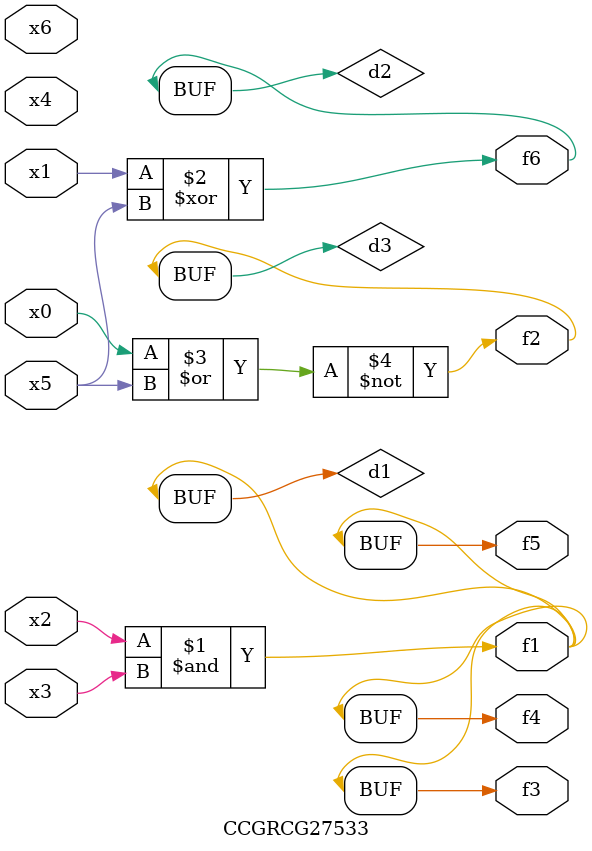
<source format=v>
module CCGRCG27533(
	input x0, x1, x2, x3, x4, x5, x6,
	output f1, f2, f3, f4, f5, f6
);

	wire d1, d2, d3;

	and (d1, x2, x3);
	xor (d2, x1, x5);
	nor (d3, x0, x5);
	assign f1 = d1;
	assign f2 = d3;
	assign f3 = d1;
	assign f4 = d1;
	assign f5 = d1;
	assign f6 = d2;
endmodule

</source>
